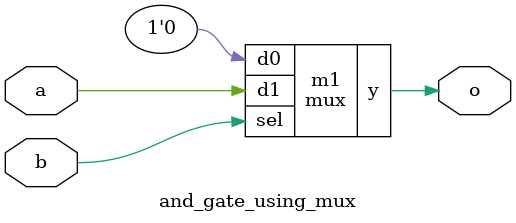
<source format=sv>

module mux
(
  input  d0, d1,
  input  sel,
  output y
);

  assign y = sel ? d1 : d0;

endmodule

//----------------------------------------------------------------------------
// Task
//----------------------------------------------------------------------------

module and_gate_using_mux
(
    input  a,
    input  b,
    output o
);
  mux m1 (0, a, b, o);
  // Task:
  // Implement and gate using instance(s) of mux,
  // constants 0 and 1, and wire connections


endmodule

</source>
